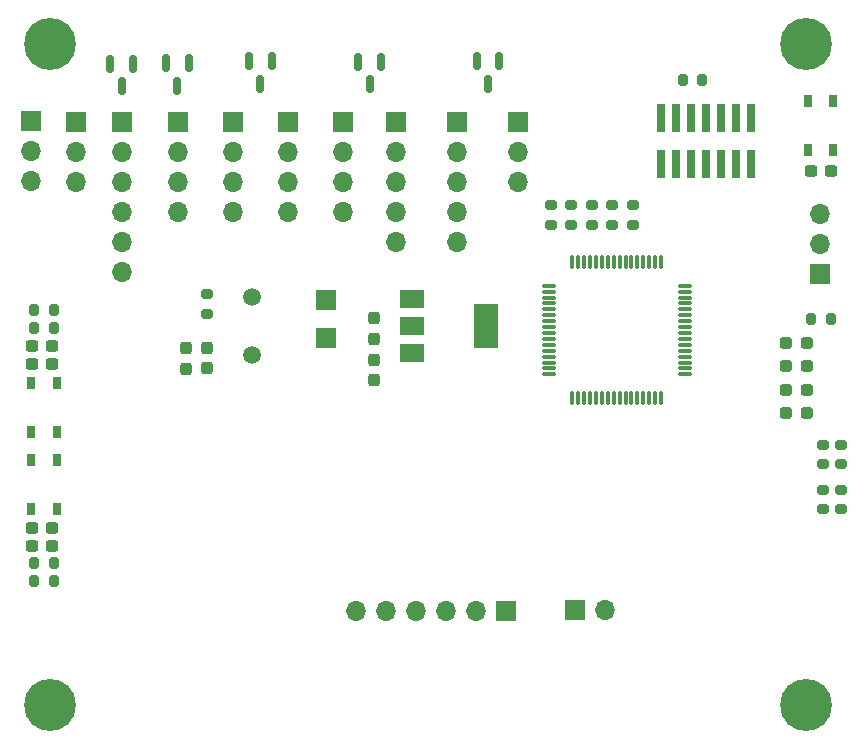
<source format=gts>
G04 #@! TF.GenerationSoftware,KiCad,Pcbnew,(6.0.9)*
G04 #@! TF.CreationDate,2023-02-01T14:52:05+00:00*
G04 #@! TF.ProjectId,GroupProjectCustom,47726f75-7050-4726-9f6a-656374437573,rev?*
G04 #@! TF.SameCoordinates,Original*
G04 #@! TF.FileFunction,Soldermask,Top*
G04 #@! TF.FilePolarity,Negative*
%FSLAX46Y46*%
G04 Gerber Fmt 4.6, Leading zero omitted, Abs format (unit mm)*
G04 Created by KiCad (PCBNEW (6.0.9)) date 2023-02-01 14:52:05*
%MOMM*%
%LPD*%
G01*
G04 APERTURE LIST*
G04 Aperture macros list*
%AMRoundRect*
0 Rectangle with rounded corners*
0 $1 Rounding radius*
0 $2 $3 $4 $5 $6 $7 $8 $9 X,Y pos of 4 corners*
0 Add a 4 corners polygon primitive as box body*
4,1,4,$2,$3,$4,$5,$6,$7,$8,$9,$2,$3,0*
0 Add four circle primitives for the rounded corners*
1,1,$1+$1,$2,$3*
1,1,$1+$1,$4,$5*
1,1,$1+$1,$6,$7*
1,1,$1+$1,$8,$9*
0 Add four rect primitives between the rounded corners*
20,1,$1+$1,$2,$3,$4,$5,0*
20,1,$1+$1,$4,$5,$6,$7,0*
20,1,$1+$1,$6,$7,$8,$9,0*
20,1,$1+$1,$8,$9,$2,$3,0*%
G04 Aperture macros list end*
%ADD10R,1.700000X1.700000*%
%ADD11O,1.700000X1.700000*%
%ADD12RoundRect,0.237500X-0.237500X0.300000X-0.237500X-0.300000X0.237500X-0.300000X0.237500X0.300000X0*%
%ADD13RoundRect,0.150000X-0.150000X0.587500X-0.150000X-0.587500X0.150000X-0.587500X0.150000X0.587500X0*%
%ADD14RoundRect,0.200000X0.275000X-0.200000X0.275000X0.200000X-0.275000X0.200000X-0.275000X-0.200000X0*%
%ADD15RoundRect,0.200000X-0.275000X0.200000X-0.275000X-0.200000X0.275000X-0.200000X0.275000X0.200000X0*%
%ADD16R,0.650000X1.050000*%
%ADD17R,2.000000X1.500000*%
%ADD18R,2.000000X3.800000*%
%ADD19RoundRect,0.075000X-0.525000X0.075000X-0.525000X-0.075000X0.525000X-0.075000X0.525000X0.075000X0*%
%ADD20RoundRect,0.075000X-0.075000X0.525000X-0.075000X-0.525000X0.075000X-0.525000X0.075000X0.525000X0*%
%ADD21RoundRect,0.200000X-0.200000X-0.275000X0.200000X-0.275000X0.200000X0.275000X-0.200000X0.275000X0*%
%ADD22RoundRect,0.237500X0.287500X0.237500X-0.287500X0.237500X-0.287500X-0.237500X0.287500X-0.237500X0*%
%ADD23RoundRect,0.237500X-0.300000X-0.237500X0.300000X-0.237500X0.300000X0.237500X-0.300000X0.237500X0*%
%ADD24C,0.700000*%
%ADD25C,4.400000*%
%ADD26RoundRect,0.237500X0.300000X0.237500X-0.300000X0.237500X-0.300000X-0.237500X0.300000X-0.237500X0*%
%ADD27C,1.500000*%
%ADD28R,0.740000X2.400000*%
%ADD29R,1.800000X1.750000*%
%ADD30RoundRect,0.237500X0.237500X-0.300000X0.237500X0.300000X-0.237500X0.300000X-0.237500X-0.300000X0*%
G04 APERTURE END LIST*
D10*
X164230000Y-95610000D03*
D11*
X161690000Y-95610000D03*
X159150000Y-95610000D03*
X156610000Y-95610000D03*
X154070000Y-95610000D03*
X151530000Y-95610000D03*
D10*
X127820000Y-54195000D03*
D11*
X127820000Y-56735000D03*
X127820000Y-59275000D03*
D12*
X153000000Y-74347500D03*
X153000000Y-76072500D03*
D10*
X141080000Y-54210000D03*
D11*
X141080000Y-56750000D03*
X141080000Y-59290000D03*
X141080000Y-61830000D03*
D13*
X163620000Y-49102500D03*
X161720000Y-49102500D03*
X162670000Y-50977500D03*
D14*
X191010000Y-87010000D03*
X191010000Y-85360000D03*
D15*
X169750000Y-61300000D03*
X169750000Y-62950000D03*
D16*
X124025000Y-76335000D03*
X124025000Y-80485000D03*
X126175000Y-80485000D03*
X126175000Y-76360000D03*
D10*
X131700000Y-54210000D03*
D11*
X131700000Y-56750000D03*
X131700000Y-59290000D03*
X131700000Y-61830000D03*
X131700000Y-64370000D03*
X131700000Y-66910000D03*
D17*
X156250000Y-69210000D03*
D18*
X162550000Y-71510000D03*
D17*
X156250000Y-71510000D03*
X156250000Y-73810000D03*
D19*
X167835000Y-68100000D03*
X167835000Y-68600000D03*
X167835000Y-69100000D03*
X167835000Y-69600000D03*
X167835000Y-70100000D03*
X167835000Y-70600000D03*
X167835000Y-71100000D03*
X167835000Y-71600000D03*
X167835000Y-72100000D03*
X167835000Y-72600000D03*
X167835000Y-73100000D03*
X167835000Y-73600000D03*
X167835000Y-74100000D03*
X167835000Y-74600000D03*
X167835000Y-75100000D03*
X167835000Y-75600000D03*
D20*
X169835000Y-77600000D03*
X170335000Y-77600000D03*
X170835000Y-77600000D03*
X171335000Y-77600000D03*
X171835000Y-77600000D03*
X172335000Y-77600000D03*
X172835000Y-77600000D03*
X173335000Y-77600000D03*
X173835000Y-77600000D03*
X174335000Y-77600000D03*
X174835000Y-77600000D03*
X175335000Y-77600000D03*
X175835000Y-77600000D03*
X176335000Y-77600000D03*
X176835000Y-77600000D03*
X177335000Y-77600000D03*
D19*
X179335000Y-75600000D03*
X179335000Y-75100000D03*
X179335000Y-74600000D03*
X179335000Y-74100000D03*
X179335000Y-73600000D03*
X179335000Y-73100000D03*
X179335000Y-72600000D03*
X179335000Y-72100000D03*
X179335000Y-71600000D03*
X179335000Y-71100000D03*
X179335000Y-70600000D03*
X179335000Y-70100000D03*
X179335000Y-69600000D03*
X179335000Y-69100000D03*
X179335000Y-68600000D03*
X179335000Y-68100000D03*
D20*
X177335000Y-66100000D03*
X176835000Y-66100000D03*
X176335000Y-66100000D03*
X175835000Y-66100000D03*
X175335000Y-66100000D03*
X174835000Y-66100000D03*
X174335000Y-66100000D03*
X173835000Y-66100000D03*
X173335000Y-66100000D03*
X172835000Y-66100000D03*
X172335000Y-66100000D03*
X171835000Y-66100000D03*
X171335000Y-66100000D03*
X170835000Y-66100000D03*
X170335000Y-66100000D03*
X169835000Y-66100000D03*
D21*
X124250000Y-93110000D03*
X125900000Y-93110000D03*
D22*
X189675000Y-78910000D03*
X187925000Y-78910000D03*
D10*
X170025000Y-95540000D03*
D11*
X172565000Y-95540000D03*
D10*
X160050000Y-54210000D03*
D11*
X160050000Y-56750000D03*
X160050000Y-59290000D03*
X160050000Y-61830000D03*
X160050000Y-64370000D03*
D15*
X174975000Y-61300000D03*
X174975000Y-62950000D03*
X173225000Y-61300000D03*
X173225000Y-62950000D03*
D23*
X124037500Y-73185000D03*
X125762500Y-73185000D03*
D15*
X191010000Y-81560000D03*
X191010000Y-83210000D03*
D16*
X191925000Y-52470000D03*
X191925000Y-56620000D03*
X189775000Y-52470000D03*
X189775000Y-56595000D03*
D24*
X187950000Y-47610000D03*
X191250000Y-47610000D03*
D25*
X189600000Y-47610000D03*
D24*
X189600000Y-45960000D03*
X188433274Y-48776726D03*
X190766726Y-48776726D03*
X190766726Y-46443274D03*
X189600000Y-49260000D03*
X188433274Y-46443274D03*
D26*
X125762500Y-88610000D03*
X124037500Y-88610000D03*
D13*
X132610000Y-49322500D03*
X130710000Y-49322500D03*
X131660000Y-51197500D03*
D15*
X192610000Y-81560000D03*
X192610000Y-83210000D03*
D27*
X142670000Y-73960000D03*
X142670000Y-69080000D03*
D21*
X124250000Y-91610000D03*
X125900000Y-91610000D03*
D14*
X192610000Y-87010000D03*
X192610000Y-85360000D03*
D10*
X123970000Y-54175000D03*
D11*
X123970000Y-56715000D03*
X123970000Y-59255000D03*
D16*
X124025000Y-86985000D03*
X124025000Y-82835000D03*
X126175000Y-86985000D03*
X126175000Y-82860000D03*
D10*
X136430000Y-54210000D03*
D11*
X136430000Y-56750000D03*
X136430000Y-59290000D03*
X136430000Y-61830000D03*
D24*
X189600000Y-101960000D03*
X188433274Y-104776726D03*
X189600000Y-105260000D03*
X191250000Y-103610000D03*
X188433274Y-102443274D03*
X187950000Y-103610000D03*
X190766726Y-102443274D03*
X190766726Y-104776726D03*
D25*
X189600000Y-103610000D03*
D28*
X184960000Y-53860000D03*
X184960000Y-57760000D03*
X183690000Y-53860000D03*
X183690000Y-57760000D03*
X182420000Y-53860000D03*
X182420000Y-57760000D03*
X181150000Y-53860000D03*
X181150000Y-57760000D03*
X179880000Y-53860000D03*
X179880000Y-57760000D03*
X178610000Y-53860000D03*
X178610000Y-57760000D03*
X177340000Y-53860000D03*
X177340000Y-57760000D03*
D21*
X124250000Y-71685000D03*
X125900000Y-71685000D03*
D26*
X125762500Y-74685000D03*
X124037500Y-74685000D03*
D24*
X124433274Y-46443274D03*
D25*
X125600000Y-47610000D03*
D24*
X126766726Y-46443274D03*
X125600000Y-45960000D03*
X126766726Y-48776726D03*
X125600000Y-49260000D03*
X123950000Y-47610000D03*
X127250000Y-47610000D03*
X124433274Y-48776726D03*
D10*
X165250000Y-54210000D03*
D11*
X165250000Y-56750000D03*
X165250000Y-59290000D03*
D24*
X123950000Y-103610000D03*
X127250000Y-103610000D03*
D25*
X125600000Y-103610000D03*
D24*
X124433274Y-102443274D03*
X125600000Y-105260000D03*
X126766726Y-102443274D03*
X126766726Y-104776726D03*
X125600000Y-101960000D03*
X124433274Y-104776726D03*
D22*
X189675000Y-76910000D03*
X187925000Y-76910000D03*
D13*
X153610000Y-49122500D03*
X151710000Y-49122500D03*
X152660000Y-50997500D03*
X137340000Y-49270000D03*
X135440000Y-49270000D03*
X136390000Y-51145000D03*
D10*
X190800000Y-67135000D03*
D11*
X190800000Y-64595000D03*
X190800000Y-62055000D03*
D10*
X154900000Y-54210000D03*
D11*
X154900000Y-56750000D03*
X154900000Y-59290000D03*
X154900000Y-61830000D03*
X154900000Y-64370000D03*
D21*
X124250000Y-70185000D03*
X125900000Y-70185000D03*
D22*
X189675000Y-72910000D03*
X187925000Y-72910000D03*
D23*
X124037500Y-90110000D03*
X125762500Y-90110000D03*
D12*
X138860000Y-73377500D03*
X138860000Y-75102500D03*
D10*
X150380000Y-54210000D03*
D11*
X150380000Y-56750000D03*
X150380000Y-59290000D03*
X150380000Y-61830000D03*
D15*
X171475000Y-61300000D03*
X171475000Y-62950000D03*
D21*
X190075000Y-70895000D03*
X191725000Y-70895000D03*
D29*
X148930000Y-69275000D03*
X148930000Y-72525000D03*
D21*
X179175000Y-50675000D03*
X180825000Y-50675000D03*
D22*
X189675000Y-74910000D03*
X187925000Y-74910000D03*
D13*
X144370000Y-49102500D03*
X142470000Y-49102500D03*
X143420000Y-50977500D03*
D15*
X168025000Y-61300000D03*
X168025000Y-62950000D03*
D26*
X191762500Y-58345000D03*
X190037500Y-58345000D03*
D15*
X138860000Y-68805000D03*
X138860000Y-70455000D03*
D12*
X137130000Y-73387500D03*
X137130000Y-75112500D03*
D30*
X153000000Y-72572500D03*
X153000000Y-70847500D03*
D10*
X145730000Y-54210000D03*
D11*
X145730000Y-56750000D03*
X145730000Y-59290000D03*
X145730000Y-61830000D03*
M02*

</source>
